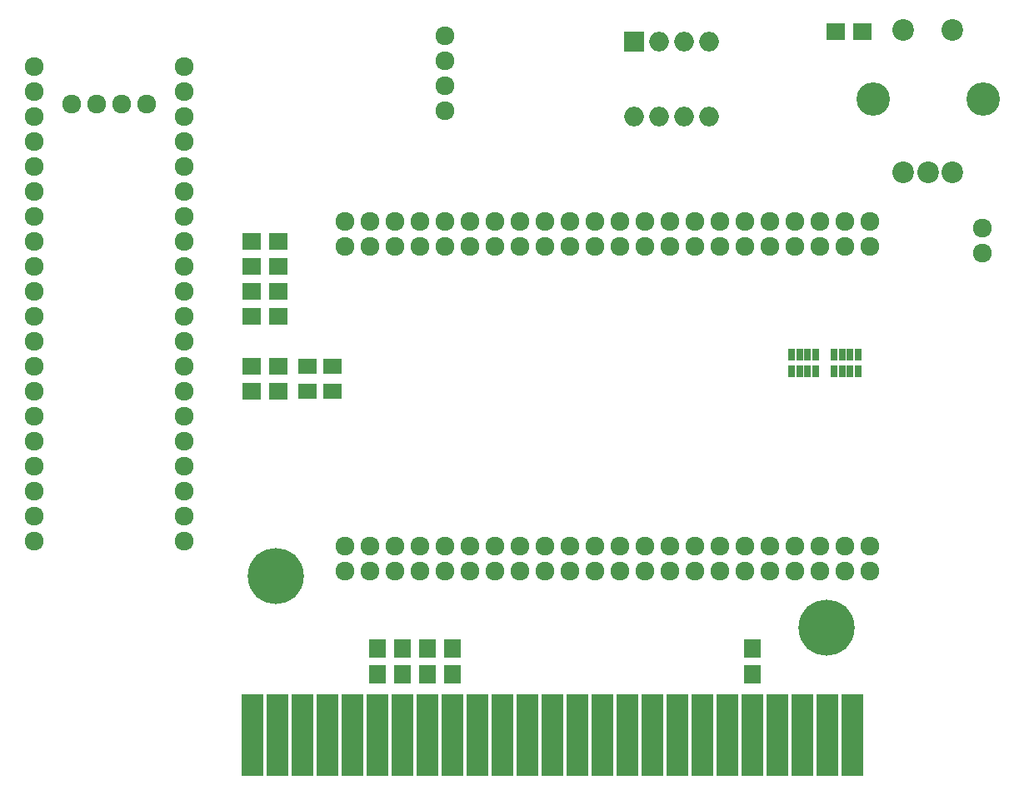
<source format=gbr>
G04 #@! TF.FileFunction,Soldermask,Bot*
%FSLAX46Y46*%
G04 Gerber Fmt 4.6, Leading zero omitted, Abs format (unit mm)*
G04 Created by KiCad (PCBNEW 4.0.4-stable) date 01/09/17 01:48:13*
%MOMM*%
%LPD*%
G01*
G04 APERTURE LIST*
%ADD10C,0.100000*%
%ADD11C,1.924000*%
%ADD12C,5.700000*%
%ADD13R,2.200000X8.400000*%
%ADD14R,1.700000X1.900000*%
%ADD15R,1.900000X1.700000*%
%ADD16R,0.800000X1.300000*%
%ADD17C,2.200000*%
%ADD18C,3.400000*%
%ADD19R,1.900000X1.650000*%
%ADD20R,2.000000X2.000000*%
%ADD21O,2.000000X2.000000*%
G04 APERTURE END LIST*
D10*
D11*
X136398000Y-37465000D03*
X136398000Y-40005000D03*
X136398000Y-42545000D03*
X136398000Y-45085000D03*
D12*
X175173640Y-97627440D03*
D13*
X177789840Y-108557440D03*
X175249840Y-108557440D03*
X172709840Y-108557440D03*
X170169840Y-108557440D03*
X167629840Y-108557440D03*
X165089840Y-108557440D03*
X162549840Y-108557440D03*
X160009840Y-108557440D03*
X157469840Y-108557440D03*
X154929840Y-108557440D03*
X152389840Y-108557440D03*
X149849840Y-108557440D03*
X147309840Y-108557440D03*
X144769840Y-108557440D03*
X142229840Y-108557440D03*
X139689840Y-108557440D03*
X137149840Y-108557440D03*
X134609840Y-108557440D03*
X132069840Y-108557440D03*
X129529840Y-108557440D03*
X126989840Y-108557440D03*
X124449840Y-108557440D03*
X121909840Y-108557440D03*
X119369840Y-108557440D03*
X116829840Y-108557440D03*
D12*
X119174260Y-92425520D03*
D11*
X126238000Y-91948000D03*
X126238000Y-89408000D03*
X128778000Y-91948000D03*
X128778000Y-89408000D03*
X131318000Y-91948000D03*
X131318000Y-89408000D03*
X133858000Y-91948000D03*
X133858000Y-89408000D03*
X136398000Y-91948000D03*
X136398000Y-89408000D03*
X138938000Y-91948000D03*
X138938000Y-89408000D03*
X141478000Y-91948000D03*
X141478000Y-89408000D03*
X144018000Y-91948000D03*
X144018000Y-89408000D03*
X146558000Y-91948000D03*
X146558000Y-89408000D03*
X149098000Y-91948000D03*
X149098000Y-89408000D03*
X151638000Y-91948000D03*
X151638000Y-89408000D03*
X154178000Y-91948000D03*
X154178000Y-89408000D03*
X156718000Y-91948000D03*
X156718000Y-89408000D03*
X159258000Y-91948000D03*
X159258000Y-89408000D03*
X161798000Y-91948000D03*
X161798000Y-89408000D03*
X164338000Y-91948000D03*
X164338000Y-89408000D03*
X166878000Y-91948000D03*
X166878000Y-89408000D03*
X169418000Y-91948000D03*
X169418000Y-89408000D03*
X171958000Y-91948000D03*
X171958000Y-89408000D03*
X174498000Y-91948000D03*
X174498000Y-89408000D03*
X177038000Y-91948000D03*
X177038000Y-89408000D03*
X179578000Y-91948000D03*
X179578000Y-89408000D03*
X179578000Y-56388000D03*
X179578000Y-58928000D03*
X177038000Y-56388000D03*
X177038000Y-58928000D03*
X174498000Y-56388000D03*
X174498000Y-58928000D03*
X171958000Y-56388000D03*
X171958000Y-58928000D03*
X169418000Y-56388000D03*
X169418000Y-58928000D03*
X166878000Y-56388000D03*
X166878000Y-58928000D03*
X164338000Y-56388000D03*
X164338000Y-58928000D03*
X161798000Y-56388000D03*
X161798000Y-58928000D03*
X159258000Y-56388000D03*
X159258000Y-58928000D03*
X156718000Y-56388000D03*
X156718000Y-58928000D03*
X154178000Y-56388000D03*
X154178000Y-58928000D03*
X151638000Y-56388000D03*
X151638000Y-58928000D03*
X149098000Y-56388000D03*
X149098000Y-58928000D03*
X146558000Y-56388000D03*
X146558000Y-58928000D03*
X144018000Y-56388000D03*
X144018000Y-58928000D03*
X141478000Y-56388000D03*
X141478000Y-58928000D03*
X138938000Y-56388000D03*
X138938000Y-58928000D03*
X136398000Y-56388000D03*
X136398000Y-58928000D03*
X133858000Y-56388000D03*
X133858000Y-58928000D03*
X131318000Y-56388000D03*
X131318000Y-58928000D03*
X128778000Y-56388000D03*
X128778000Y-58928000D03*
X126238000Y-56388000D03*
X126238000Y-58928000D03*
X191008000Y-57023000D03*
X191008000Y-59563000D03*
X109855000Y-88900000D03*
X109855000Y-86360000D03*
X109855000Y-83820000D03*
X109855000Y-81280000D03*
X109855000Y-78740000D03*
X109855000Y-76200000D03*
X109855000Y-73660000D03*
X109855000Y-71120000D03*
X109855000Y-68580000D03*
X109855000Y-66040000D03*
X109855000Y-63500000D03*
X109855000Y-60960000D03*
X109855000Y-58420000D03*
X109855000Y-55880000D03*
X109855000Y-53340000D03*
X109855000Y-50800000D03*
X109855000Y-48260000D03*
X109855000Y-45720000D03*
X109855000Y-43180000D03*
X109855000Y-40640000D03*
X94615000Y-40640000D03*
X94615000Y-43180000D03*
X94615000Y-45720000D03*
X94615000Y-48260000D03*
X94615000Y-50800000D03*
X94615000Y-53340000D03*
X94615000Y-55880000D03*
X94615000Y-58420000D03*
X94615000Y-60960000D03*
X94615000Y-63500000D03*
X94615000Y-66040000D03*
X94615000Y-68580000D03*
X94615000Y-71120000D03*
X94615000Y-73660000D03*
X94615000Y-76200000D03*
X94615000Y-78740000D03*
X94615000Y-81280000D03*
X94615000Y-83820000D03*
X94615000Y-86360000D03*
X94615000Y-88900000D03*
X98425000Y-44450000D03*
X100965000Y-44450000D03*
X103505000Y-44450000D03*
X106045000Y-44450000D03*
D14*
X167640000Y-102442000D03*
X167640000Y-99742000D03*
X137160000Y-102442000D03*
X137160000Y-99742000D03*
X134620000Y-102442000D03*
X134620000Y-99742000D03*
X132080000Y-102442000D03*
X132080000Y-99742000D03*
X129540000Y-102442000D03*
X129540000Y-99742000D03*
D15*
X116760000Y-66040000D03*
X119460000Y-66040000D03*
X116760000Y-58420000D03*
X119460000Y-58420000D03*
X116760000Y-63500000D03*
X119460000Y-63500000D03*
X116760000Y-60960000D03*
X119460000Y-60960000D03*
D16*
X172447000Y-69889000D03*
X173247000Y-69889000D03*
X171647000Y-69889000D03*
X174047000Y-69889000D03*
X171647000Y-71589000D03*
X172447000Y-71589000D03*
X173247000Y-71589000D03*
X174047000Y-71589000D03*
X176765000Y-69889000D03*
X177565000Y-69889000D03*
X175965000Y-69889000D03*
X178365000Y-69889000D03*
X175965000Y-71589000D03*
X176765000Y-71589000D03*
X177565000Y-71589000D03*
X178365000Y-71589000D03*
D17*
X182970800Y-36865800D03*
X182970800Y-51365800D03*
X185470800Y-51365800D03*
X187970800Y-51365800D03*
X187970800Y-36865800D03*
D18*
X191070800Y-43865800D03*
X179870800Y-43865800D03*
D19*
X122448000Y-71120000D03*
X124948000Y-71120000D03*
X122448000Y-73660000D03*
X124948000Y-73660000D03*
D15*
X176069000Y-37084000D03*
X178769000Y-37084000D03*
X119460000Y-71120000D03*
X116760000Y-71120000D03*
X119460000Y-73660000D03*
X116760000Y-73660000D03*
D20*
X155575000Y-38100000D03*
D21*
X163195000Y-45720000D03*
X158115000Y-38100000D03*
X160655000Y-45720000D03*
X160655000Y-38100000D03*
X158115000Y-45720000D03*
X163195000Y-38100000D03*
X155575000Y-45720000D03*
M02*

</source>
